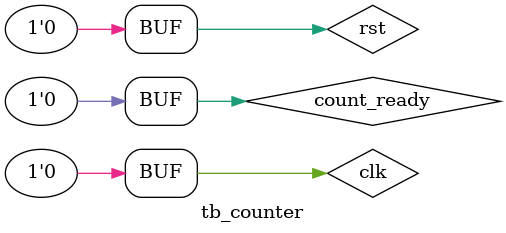
<source format=v>
`timescale 1ns / 1ps


module tb_counter;

	// Inputs
	reg clk;
	reg rst;
	reg count_ready;

	// Outputs
	wire [9:0] count;
	wire count_valid;

	// Instantiate the Unit Under Test (UUT)
	counter uut (
		.clk(clk), 
		.rst(rst), 
		.count(count), 
		.count_valid(count_valid), 
		.count_ready(count_ready)
	);

	initial begin
		// Initialize Inputs
		clk = 0;
		rst = 0;
		count_ready = 0;

		// Wait 100 ns for global reset to finish
		#100;
        
		// Add stimulus here

	end
      
endmodule


</source>
